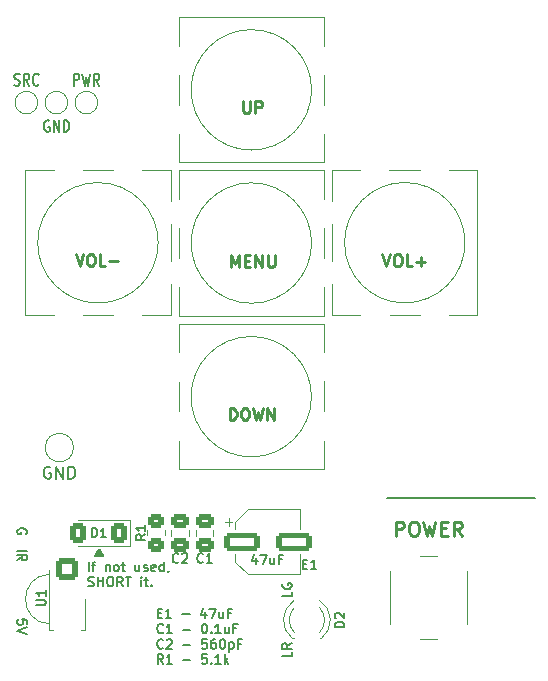
<source format=gbr>
%TF.GenerationSoftware,KiCad,Pcbnew,7.0.1*%
%TF.CreationDate,2023-04-02T16:51:07+09:00*%
%TF.ProjectId,monitor_osd_control,6d6f6e69-746f-4725-9f6f-73645f636f6e,5*%
%TF.SameCoordinates,PX7ab0ef8PY7236868*%
%TF.FileFunction,Legend,Top*%
%TF.FilePolarity,Positive*%
%FSLAX46Y46*%
G04 Gerber Fmt 4.6, Leading zero omitted, Abs format (unit mm)*
G04 Created by KiCad (PCBNEW 7.0.1) date 2023-04-02 16:51:07*
%MOMM*%
%LPD*%
G01*
G04 APERTURE LIST*
G04 Aperture macros list*
%AMRoundRect*
0 Rectangle with rounded corners*
0 $1 Rounding radius*
0 $2 $3 $4 $5 $6 $7 $8 $9 X,Y pos of 4 corners*
0 Add a 4 corners polygon primitive as box body*
4,1,4,$2,$3,$4,$5,$6,$7,$8,$9,$2,$3,0*
0 Add four circle primitives for the rounded corners*
1,1,$1+$1,$2,$3*
1,1,$1+$1,$4,$5*
1,1,$1+$1,$6,$7*
1,1,$1+$1,$8,$9*
0 Add four rect primitives between the rounded corners*
20,1,$1+$1,$2,$3,$4,$5,0*
20,1,$1+$1,$4,$5,$6,$7,0*
20,1,$1+$1,$6,$7,$8,$9,0*
20,1,$1+$1,$8,$9,$2,$3,0*%
G04 Aperture macros list end*
%ADD10C,0.150000*%
%ADD11C,0.250000*%
%ADD12C,0.200000*%
%ADD13C,0.120000*%
%ADD14RoundRect,0.250000X-1.250000X-0.550000X1.250000X-0.550000X1.250000X0.550000X-1.250000X0.550000X0*%
%ADD15O,1.850000X3.048000*%
%ADD16C,2.000000*%
%ADD17RoundRect,0.250200X-0.649800X0.649800X-0.649800X-0.649800X0.649800X-0.649800X0.649800X0.649800X0*%
%ADD18C,1.800000*%
%ADD19R,1.800000X1.800000*%
%ADD20C,1.500000*%
%ADD21O,3.048000X1.850000*%
%ADD22RoundRect,0.250000X0.450000X-0.350000X0.450000X0.350000X-0.450000X0.350000X-0.450000X-0.350000X0*%
%ADD23RoundRect,0.250000X0.475000X-0.337500X0.475000X0.337500X-0.475000X0.337500X-0.475000X-0.337500X0*%
%ADD24RoundRect,0.250000X0.400000X0.600000X-0.400000X0.600000X-0.400000X-0.600000X0.400000X-0.600000X0*%
%ADD25R,1.700000X1.700000*%
%ADD26O,1.700000X1.700000*%
%ADD27R,1.350000X1.350000*%
%ADD28O,1.350000X1.350000*%
G04 APERTURE END LIST*
D10*
X36499800Y15392400D02*
X48996600Y15392400D01*
X25431866Y10348639D02*
X25431866Y9815305D01*
X25241390Y10653400D02*
X25050913Y10081972D01*
X25050913Y10081972D02*
X25546152Y10081972D01*
X25774723Y10615305D02*
X26308057Y10615305D01*
X26308057Y10615305D02*
X25965199Y9815305D01*
X26955676Y10348639D02*
X26955676Y9815305D01*
X26612819Y10348639D02*
X26612819Y9929591D01*
X26612819Y9929591D02*
X26650914Y9853400D01*
X26650914Y9853400D02*
X26727104Y9815305D01*
X26727104Y9815305D02*
X26841390Y9815305D01*
X26841390Y9815305D02*
X26917581Y9853400D01*
X26917581Y9853400D02*
X26955676Y9891496D01*
X27603295Y10234353D02*
X27336629Y10234353D01*
X27336629Y9815305D02*
X27336629Y10615305D01*
X27336629Y10615305D02*
X27717581Y10615305D01*
X5192504Y10966400D02*
X5992504Y10966400D01*
X5192504Y10128305D02*
X5573457Y10394972D01*
X5192504Y10585448D02*
X5992504Y10585448D01*
X5992504Y10585448D02*
X5992504Y10280686D01*
X5992504Y10280686D02*
X5954409Y10204496D01*
X5954409Y10204496D02*
X5916314Y10166401D01*
X5916314Y10166401D02*
X5840123Y10128305D01*
X5840123Y10128305D02*
X5725838Y10128305D01*
X5725838Y10128305D02*
X5649647Y10166401D01*
X5649647Y10166401D02*
X5611552Y10204496D01*
X5611552Y10204496D02*
X5573457Y10280686D01*
X5573457Y10280686D02*
X5573457Y10585448D01*
D11*
X23188848Y22016381D02*
X23188848Y23016381D01*
X23188848Y23016381D02*
X23426943Y23016381D01*
X23426943Y23016381D02*
X23569800Y22968762D01*
X23569800Y22968762D02*
X23665038Y22873524D01*
X23665038Y22873524D02*
X23712657Y22778286D01*
X23712657Y22778286D02*
X23760276Y22587810D01*
X23760276Y22587810D02*
X23760276Y22444953D01*
X23760276Y22444953D02*
X23712657Y22254477D01*
X23712657Y22254477D02*
X23665038Y22159239D01*
X23665038Y22159239D02*
X23569800Y22064000D01*
X23569800Y22064000D02*
X23426943Y22016381D01*
X23426943Y22016381D02*
X23188848Y22016381D01*
X24379324Y23016381D02*
X24569800Y23016381D01*
X24569800Y23016381D02*
X24665038Y22968762D01*
X24665038Y22968762D02*
X24760276Y22873524D01*
X24760276Y22873524D02*
X24807895Y22683048D01*
X24807895Y22683048D02*
X24807895Y22349715D01*
X24807895Y22349715D02*
X24760276Y22159239D01*
X24760276Y22159239D02*
X24665038Y22064000D01*
X24665038Y22064000D02*
X24569800Y22016381D01*
X24569800Y22016381D02*
X24379324Y22016381D01*
X24379324Y22016381D02*
X24284086Y22064000D01*
X24284086Y22064000D02*
X24188848Y22159239D01*
X24188848Y22159239D02*
X24141229Y22349715D01*
X24141229Y22349715D02*
X24141229Y22683048D01*
X24141229Y22683048D02*
X24188848Y22873524D01*
X24188848Y22873524D02*
X24284086Y22968762D01*
X24284086Y22968762D02*
X24379324Y23016381D01*
X25141229Y23016381D02*
X25379324Y22016381D01*
X25379324Y22016381D02*
X25569800Y22730667D01*
X25569800Y22730667D02*
X25760276Y22016381D01*
X25760276Y22016381D02*
X25998372Y23016381D01*
X26379324Y22016381D02*
X26379324Y23016381D01*
X26379324Y23016381D02*
X26950752Y22016381D01*
X26950752Y22016381D02*
X26950752Y23016381D01*
D10*
X28437095Y7467620D02*
X28437095Y7086668D01*
X28437095Y7086668D02*
X27637095Y7086668D01*
X27675190Y8153334D02*
X27637095Y8077144D01*
X27637095Y8077144D02*
X27637095Y7962858D01*
X27637095Y7962858D02*
X27675190Y7848572D01*
X27675190Y7848572D02*
X27751380Y7772382D01*
X27751380Y7772382D02*
X27827571Y7734287D01*
X27827571Y7734287D02*
X27979952Y7696191D01*
X27979952Y7696191D02*
X28094238Y7696191D01*
X28094238Y7696191D02*
X28246619Y7734287D01*
X28246619Y7734287D02*
X28322809Y7772382D01*
X28322809Y7772382D02*
X28399000Y7848572D01*
X28399000Y7848572D02*
X28437095Y7962858D01*
X28437095Y7962858D02*
X28437095Y8039049D01*
X28437095Y8039049D02*
X28399000Y8153334D01*
X28399000Y8153334D02*
X28360904Y8191430D01*
X28360904Y8191430D02*
X28094238Y8191430D01*
X28094238Y8191430D02*
X28094238Y8039049D01*
D12*
X4940428Y50385000D02*
X5054714Y50337381D01*
X5054714Y50337381D02*
X5245190Y50337381D01*
X5245190Y50337381D02*
X5321381Y50385000D01*
X5321381Y50385000D02*
X5359476Y50432620D01*
X5359476Y50432620D02*
X5397571Y50527858D01*
X5397571Y50527858D02*
X5397571Y50623096D01*
X5397571Y50623096D02*
X5359476Y50718334D01*
X5359476Y50718334D02*
X5321381Y50765953D01*
X5321381Y50765953D02*
X5245190Y50813572D01*
X5245190Y50813572D02*
X5092809Y50861191D01*
X5092809Y50861191D02*
X5016619Y50908810D01*
X5016619Y50908810D02*
X4978524Y50956429D01*
X4978524Y50956429D02*
X4940428Y51051667D01*
X4940428Y51051667D02*
X4940428Y51146905D01*
X4940428Y51146905D02*
X4978524Y51242143D01*
X4978524Y51242143D02*
X5016619Y51289762D01*
X5016619Y51289762D02*
X5092809Y51337381D01*
X5092809Y51337381D02*
X5283286Y51337381D01*
X5283286Y51337381D02*
X5397571Y51289762D01*
X6197572Y50337381D02*
X5930905Y50813572D01*
X5740429Y50337381D02*
X5740429Y51337381D01*
X5740429Y51337381D02*
X6045191Y51337381D01*
X6045191Y51337381D02*
X6121381Y51289762D01*
X6121381Y51289762D02*
X6159476Y51242143D01*
X6159476Y51242143D02*
X6197572Y51146905D01*
X6197572Y51146905D02*
X6197572Y51004048D01*
X6197572Y51004048D02*
X6159476Y50908810D01*
X6159476Y50908810D02*
X6121381Y50861191D01*
X6121381Y50861191D02*
X6045191Y50813572D01*
X6045191Y50813572D02*
X5740429Y50813572D01*
X6997572Y50432620D02*
X6959476Y50385000D01*
X6959476Y50385000D02*
X6845191Y50337381D01*
X6845191Y50337381D02*
X6769000Y50337381D01*
X6769000Y50337381D02*
X6654714Y50385000D01*
X6654714Y50385000D02*
X6578524Y50480239D01*
X6578524Y50480239D02*
X6540429Y50575477D01*
X6540429Y50575477D02*
X6502333Y50765953D01*
X6502333Y50765953D02*
X6502333Y50908810D01*
X6502333Y50908810D02*
X6540429Y51099286D01*
X6540429Y51099286D02*
X6578524Y51194524D01*
X6578524Y51194524D02*
X6654714Y51289762D01*
X6654714Y51289762D02*
X6769000Y51337381D01*
X6769000Y51337381D02*
X6845191Y51337381D01*
X6845191Y51337381D02*
X6959476Y51289762D01*
X6959476Y51289762D02*
X6997572Y51242143D01*
D11*
X23317667Y34970381D02*
X23317667Y35970381D01*
X23317667Y35970381D02*
X23651000Y35256096D01*
X23651000Y35256096D02*
X23984333Y35970381D01*
X23984333Y35970381D02*
X23984333Y34970381D01*
X24460524Y35494191D02*
X24793857Y35494191D01*
X24936714Y34970381D02*
X24460524Y34970381D01*
X24460524Y34970381D02*
X24460524Y35970381D01*
X24460524Y35970381D02*
X24936714Y35970381D01*
X25365286Y34970381D02*
X25365286Y35970381D01*
X25365286Y35970381D02*
X25936714Y34970381D01*
X25936714Y34970381D02*
X25936714Y35970381D01*
X26412905Y35970381D02*
X26412905Y35160858D01*
X26412905Y35160858D02*
X26460524Y35065620D01*
X26460524Y35065620D02*
X26508143Y35018000D01*
X26508143Y35018000D02*
X26603381Y34970381D01*
X26603381Y34970381D02*
X26793857Y34970381D01*
X26793857Y34970381D02*
X26889095Y35018000D01*
X26889095Y35018000D02*
X26936714Y35065620D01*
X26936714Y35065620D02*
X26984333Y35160858D01*
X26984333Y35160858D02*
X26984333Y35970381D01*
X37233571Y12221058D02*
X37233571Y13421058D01*
X37233571Y13421058D02*
X37690714Y13421058D01*
X37690714Y13421058D02*
X37804999Y13363915D01*
X37804999Y13363915D02*
X37862142Y13306772D01*
X37862142Y13306772D02*
X37919285Y13192486D01*
X37919285Y13192486D02*
X37919285Y13021058D01*
X37919285Y13021058D02*
X37862142Y12906772D01*
X37862142Y12906772D02*
X37804999Y12849629D01*
X37804999Y12849629D02*
X37690714Y12792486D01*
X37690714Y12792486D02*
X37233571Y12792486D01*
X38662142Y13421058D02*
X38890714Y13421058D01*
X38890714Y13421058D02*
X39004999Y13363915D01*
X39004999Y13363915D02*
X39119285Y13249629D01*
X39119285Y13249629D02*
X39176428Y13021058D01*
X39176428Y13021058D02*
X39176428Y12621058D01*
X39176428Y12621058D02*
X39119285Y12392486D01*
X39119285Y12392486D02*
X39004999Y12278200D01*
X39004999Y12278200D02*
X38890714Y12221058D01*
X38890714Y12221058D02*
X38662142Y12221058D01*
X38662142Y12221058D02*
X38547857Y12278200D01*
X38547857Y12278200D02*
X38433571Y12392486D01*
X38433571Y12392486D02*
X38376428Y12621058D01*
X38376428Y12621058D02*
X38376428Y13021058D01*
X38376428Y13021058D02*
X38433571Y13249629D01*
X38433571Y13249629D02*
X38547857Y13363915D01*
X38547857Y13363915D02*
X38662142Y13421058D01*
X39576428Y13421058D02*
X39862142Y12221058D01*
X39862142Y12221058D02*
X40090714Y13078200D01*
X40090714Y13078200D02*
X40319285Y12221058D01*
X40319285Y12221058D02*
X40605000Y13421058D01*
X41062143Y12849629D02*
X41462143Y12849629D01*
X41633571Y12221058D02*
X41062143Y12221058D01*
X41062143Y12221058D02*
X41062143Y13421058D01*
X41062143Y13421058D02*
X41633571Y13421058D01*
X42833571Y12221058D02*
X42433571Y12792486D01*
X42147857Y12221058D02*
X42147857Y13421058D01*
X42147857Y13421058D02*
X42605000Y13421058D01*
X42605000Y13421058D02*
X42719285Y13363915D01*
X42719285Y13363915D02*
X42776428Y13306772D01*
X42776428Y13306772D02*
X42833571Y13192486D01*
X42833571Y13192486D02*
X42833571Y13021058D01*
X42833571Y13021058D02*
X42776428Y12906772D01*
X42776428Y12906772D02*
X42719285Y12849629D01*
X42719285Y12849629D02*
X42605000Y12792486D01*
X42605000Y12792486D02*
X42147857Y12792486D01*
X24309486Y49025981D02*
X24309486Y48216458D01*
X24309486Y48216458D02*
X24357105Y48121220D01*
X24357105Y48121220D02*
X24404724Y48073600D01*
X24404724Y48073600D02*
X24499962Y48025981D01*
X24499962Y48025981D02*
X24690438Y48025981D01*
X24690438Y48025981D02*
X24785676Y48073600D01*
X24785676Y48073600D02*
X24833295Y48121220D01*
X24833295Y48121220D02*
X24880914Y48216458D01*
X24880914Y48216458D02*
X24880914Y49025981D01*
X25357105Y48025981D02*
X25357105Y49025981D01*
X25357105Y49025981D02*
X25738057Y49025981D01*
X25738057Y49025981D02*
X25833295Y48978362D01*
X25833295Y48978362D02*
X25880914Y48930743D01*
X25880914Y48930743D02*
X25928533Y48835505D01*
X25928533Y48835505D02*
X25928533Y48692648D01*
X25928533Y48692648D02*
X25880914Y48597410D01*
X25880914Y48597410D02*
X25833295Y48549791D01*
X25833295Y48549791D02*
X25738057Y48502172D01*
X25738057Y48502172D02*
X25357105Y48502172D01*
X10133248Y36071981D02*
X10466581Y35071981D01*
X10466581Y35071981D02*
X10799914Y36071981D01*
X11323724Y36071981D02*
X11514200Y36071981D01*
X11514200Y36071981D02*
X11609438Y36024362D01*
X11609438Y36024362D02*
X11704676Y35929124D01*
X11704676Y35929124D02*
X11752295Y35738648D01*
X11752295Y35738648D02*
X11752295Y35405315D01*
X11752295Y35405315D02*
X11704676Y35214839D01*
X11704676Y35214839D02*
X11609438Y35119600D01*
X11609438Y35119600D02*
X11514200Y35071981D01*
X11514200Y35071981D02*
X11323724Y35071981D01*
X11323724Y35071981D02*
X11228486Y35119600D01*
X11228486Y35119600D02*
X11133248Y35214839D01*
X11133248Y35214839D02*
X11085629Y35405315D01*
X11085629Y35405315D02*
X11085629Y35738648D01*
X11085629Y35738648D02*
X11133248Y35929124D01*
X11133248Y35929124D02*
X11228486Y36024362D01*
X11228486Y36024362D02*
X11323724Y36071981D01*
X12657057Y35071981D02*
X12180867Y35071981D01*
X12180867Y35071981D02*
X12180867Y36071981D01*
X12990391Y35452934D02*
X13752296Y35452934D01*
D10*
X11849000Y10565200D02*
X11849000Y10527105D01*
X11887095Y10641391D02*
X11887095Y10527105D01*
X11925190Y10717581D02*
X11925190Y10527105D01*
X11963285Y10793772D02*
X11963285Y10527105D01*
X12001381Y10831867D02*
X12001381Y10527105D01*
X12039476Y10908058D02*
X12039476Y10527105D01*
X12077571Y10984248D02*
X12077571Y10527105D01*
X12115666Y11060439D02*
X12115666Y10527105D01*
X12153762Y11136629D02*
X12153762Y10527105D01*
X12191857Y11060439D02*
X12191857Y10527105D01*
X12229952Y10984248D02*
X12229952Y10527105D01*
X12268047Y10908058D02*
X12268047Y10527105D01*
X12306143Y10831867D02*
X12306143Y10527105D01*
X12344238Y10793772D02*
X12344238Y10527105D01*
X12382333Y10717581D02*
X12382333Y10527105D01*
X12420428Y10641391D02*
X12420428Y10527105D01*
X12458524Y10527105D02*
X12153762Y11098534D01*
X12153762Y11098534D02*
X11849000Y10527105D01*
X12458524Y10565200D02*
X12458524Y10527105D01*
X12153762Y11136629D02*
X12496619Y10527105D01*
X12496619Y10527105D02*
X11810904Y10527105D01*
X11810904Y10527105D02*
X12153762Y11136629D01*
X11239476Y9231105D02*
X11239476Y10031105D01*
X11506142Y9764439D02*
X11810904Y9764439D01*
X11620428Y9231105D02*
X11620428Y9916820D01*
X11620428Y9916820D02*
X11658523Y9993010D01*
X11658523Y9993010D02*
X11734713Y10031105D01*
X11734713Y10031105D02*
X11810904Y10031105D01*
X12687095Y9764439D02*
X12687095Y9231105D01*
X12687095Y9688248D02*
X12725190Y9726343D01*
X12725190Y9726343D02*
X12801380Y9764439D01*
X12801380Y9764439D02*
X12915666Y9764439D01*
X12915666Y9764439D02*
X12991857Y9726343D01*
X12991857Y9726343D02*
X13029952Y9650153D01*
X13029952Y9650153D02*
X13029952Y9231105D01*
X13525190Y9231105D02*
X13449000Y9269200D01*
X13449000Y9269200D02*
X13410905Y9307296D01*
X13410905Y9307296D02*
X13372809Y9383486D01*
X13372809Y9383486D02*
X13372809Y9612058D01*
X13372809Y9612058D02*
X13410905Y9688248D01*
X13410905Y9688248D02*
X13449000Y9726343D01*
X13449000Y9726343D02*
X13525190Y9764439D01*
X13525190Y9764439D02*
X13639476Y9764439D01*
X13639476Y9764439D02*
X13715667Y9726343D01*
X13715667Y9726343D02*
X13753762Y9688248D01*
X13753762Y9688248D02*
X13791857Y9612058D01*
X13791857Y9612058D02*
X13791857Y9383486D01*
X13791857Y9383486D02*
X13753762Y9307296D01*
X13753762Y9307296D02*
X13715667Y9269200D01*
X13715667Y9269200D02*
X13639476Y9231105D01*
X13639476Y9231105D02*
X13525190Y9231105D01*
X14020429Y9764439D02*
X14325191Y9764439D01*
X14134715Y10031105D02*
X14134715Y9345391D01*
X14134715Y9345391D02*
X14172810Y9269200D01*
X14172810Y9269200D02*
X14249000Y9231105D01*
X14249000Y9231105D02*
X14325191Y9231105D01*
X15544239Y9764439D02*
X15544239Y9231105D01*
X15201382Y9764439D02*
X15201382Y9345391D01*
X15201382Y9345391D02*
X15239477Y9269200D01*
X15239477Y9269200D02*
X15315667Y9231105D01*
X15315667Y9231105D02*
X15429953Y9231105D01*
X15429953Y9231105D02*
X15506144Y9269200D01*
X15506144Y9269200D02*
X15544239Y9307296D01*
X15887096Y9269200D02*
X15963287Y9231105D01*
X15963287Y9231105D02*
X16115668Y9231105D01*
X16115668Y9231105D02*
X16191858Y9269200D01*
X16191858Y9269200D02*
X16229954Y9345391D01*
X16229954Y9345391D02*
X16229954Y9383486D01*
X16229954Y9383486D02*
X16191858Y9459677D01*
X16191858Y9459677D02*
X16115668Y9497772D01*
X16115668Y9497772D02*
X16001382Y9497772D01*
X16001382Y9497772D02*
X15925192Y9535867D01*
X15925192Y9535867D02*
X15887096Y9612058D01*
X15887096Y9612058D02*
X15887096Y9650153D01*
X15887096Y9650153D02*
X15925192Y9726343D01*
X15925192Y9726343D02*
X16001382Y9764439D01*
X16001382Y9764439D02*
X16115668Y9764439D01*
X16115668Y9764439D02*
X16191858Y9726343D01*
X16877573Y9269200D02*
X16801382Y9231105D01*
X16801382Y9231105D02*
X16649001Y9231105D01*
X16649001Y9231105D02*
X16572811Y9269200D01*
X16572811Y9269200D02*
X16534715Y9345391D01*
X16534715Y9345391D02*
X16534715Y9650153D01*
X16534715Y9650153D02*
X16572811Y9726343D01*
X16572811Y9726343D02*
X16649001Y9764439D01*
X16649001Y9764439D02*
X16801382Y9764439D01*
X16801382Y9764439D02*
X16877573Y9726343D01*
X16877573Y9726343D02*
X16915668Y9650153D01*
X16915668Y9650153D02*
X16915668Y9573962D01*
X16915668Y9573962D02*
X16534715Y9497772D01*
X17601382Y9231105D02*
X17601382Y10031105D01*
X17601382Y9269200D02*
X17525191Y9231105D01*
X17525191Y9231105D02*
X17372810Y9231105D01*
X17372810Y9231105D02*
X17296620Y9269200D01*
X17296620Y9269200D02*
X17258525Y9307296D01*
X17258525Y9307296D02*
X17220429Y9383486D01*
X17220429Y9383486D02*
X17220429Y9612058D01*
X17220429Y9612058D02*
X17258525Y9688248D01*
X17258525Y9688248D02*
X17296620Y9726343D01*
X17296620Y9726343D02*
X17372810Y9764439D01*
X17372810Y9764439D02*
X17525191Y9764439D01*
X17525191Y9764439D02*
X17601382Y9726343D01*
X18020430Y9269200D02*
X18020430Y9231105D01*
X18020430Y9231105D02*
X17982335Y9154915D01*
X17982335Y9154915D02*
X17944239Y9116820D01*
X11201380Y7973200D02*
X11315666Y7935105D01*
X11315666Y7935105D02*
X11506142Y7935105D01*
X11506142Y7935105D02*
X11582333Y7973200D01*
X11582333Y7973200D02*
X11620428Y8011296D01*
X11620428Y8011296D02*
X11658523Y8087486D01*
X11658523Y8087486D02*
X11658523Y8163677D01*
X11658523Y8163677D02*
X11620428Y8239867D01*
X11620428Y8239867D02*
X11582333Y8277962D01*
X11582333Y8277962D02*
X11506142Y8316058D01*
X11506142Y8316058D02*
X11353761Y8354153D01*
X11353761Y8354153D02*
X11277571Y8392248D01*
X11277571Y8392248D02*
X11239476Y8430343D01*
X11239476Y8430343D02*
X11201380Y8506534D01*
X11201380Y8506534D02*
X11201380Y8582724D01*
X11201380Y8582724D02*
X11239476Y8658915D01*
X11239476Y8658915D02*
X11277571Y8697010D01*
X11277571Y8697010D02*
X11353761Y8735105D01*
X11353761Y8735105D02*
X11544238Y8735105D01*
X11544238Y8735105D02*
X11658523Y8697010D01*
X12001381Y7935105D02*
X12001381Y8735105D01*
X12001381Y8354153D02*
X12458524Y8354153D01*
X12458524Y7935105D02*
X12458524Y8735105D01*
X12991857Y8735105D02*
X13144238Y8735105D01*
X13144238Y8735105D02*
X13220428Y8697010D01*
X13220428Y8697010D02*
X13296619Y8620820D01*
X13296619Y8620820D02*
X13334714Y8468439D01*
X13334714Y8468439D02*
X13334714Y8201772D01*
X13334714Y8201772D02*
X13296619Y8049391D01*
X13296619Y8049391D02*
X13220428Y7973200D01*
X13220428Y7973200D02*
X13144238Y7935105D01*
X13144238Y7935105D02*
X12991857Y7935105D01*
X12991857Y7935105D02*
X12915666Y7973200D01*
X12915666Y7973200D02*
X12839476Y8049391D01*
X12839476Y8049391D02*
X12801380Y8201772D01*
X12801380Y8201772D02*
X12801380Y8468439D01*
X12801380Y8468439D02*
X12839476Y8620820D01*
X12839476Y8620820D02*
X12915666Y8697010D01*
X12915666Y8697010D02*
X12991857Y8735105D01*
X14134714Y7935105D02*
X13868047Y8316058D01*
X13677571Y7935105D02*
X13677571Y8735105D01*
X13677571Y8735105D02*
X13982333Y8735105D01*
X13982333Y8735105D02*
X14058523Y8697010D01*
X14058523Y8697010D02*
X14096618Y8658915D01*
X14096618Y8658915D02*
X14134714Y8582724D01*
X14134714Y8582724D02*
X14134714Y8468439D01*
X14134714Y8468439D02*
X14096618Y8392248D01*
X14096618Y8392248D02*
X14058523Y8354153D01*
X14058523Y8354153D02*
X13982333Y8316058D01*
X13982333Y8316058D02*
X13677571Y8316058D01*
X14363285Y8735105D02*
X14820428Y8735105D01*
X14591856Y7935105D02*
X14591856Y8735105D01*
X15696619Y7935105D02*
X15696619Y8468439D01*
X15696619Y8735105D02*
X15658523Y8697010D01*
X15658523Y8697010D02*
X15696619Y8658915D01*
X15696619Y8658915D02*
X15734714Y8697010D01*
X15734714Y8697010D02*
X15696619Y8735105D01*
X15696619Y8735105D02*
X15696619Y8658915D01*
X15963285Y8468439D02*
X16268047Y8468439D01*
X16077571Y8735105D02*
X16077571Y8049391D01*
X16077571Y8049391D02*
X16115666Y7973200D01*
X16115666Y7973200D02*
X16191856Y7935105D01*
X16191856Y7935105D02*
X16268047Y7935105D01*
X16534714Y8011296D02*
X16572809Y7973200D01*
X16572809Y7973200D02*
X16534714Y7935105D01*
X16534714Y7935105D02*
X16496618Y7973200D01*
X16496618Y7973200D02*
X16534714Y8011296D01*
X16534714Y8011296D02*
X16534714Y7935105D01*
X28437095Y2387620D02*
X28437095Y2006668D01*
X28437095Y2006668D02*
X27637095Y2006668D01*
X28437095Y3111430D02*
X28056142Y2844763D01*
X28437095Y2654287D02*
X27637095Y2654287D01*
X27637095Y2654287D02*
X27637095Y2959049D01*
X27637095Y2959049D02*
X27675190Y3035239D01*
X27675190Y3035239D02*
X27713285Y3073334D01*
X27713285Y3073334D02*
X27789476Y3111430D01*
X27789476Y3111430D02*
X27903761Y3111430D01*
X27903761Y3111430D02*
X27979952Y3073334D01*
X27979952Y3073334D02*
X28018047Y3035239D01*
X28018047Y3035239D02*
X28056142Y2959049D01*
X28056142Y2959049D02*
X28056142Y2654287D01*
X5992504Y4724381D02*
X5992504Y5105333D01*
X5992504Y5105333D02*
X5611552Y5143429D01*
X5611552Y5143429D02*
X5649647Y5105333D01*
X5649647Y5105333D02*
X5687742Y5029143D01*
X5687742Y5029143D02*
X5687742Y4838667D01*
X5687742Y4838667D02*
X5649647Y4762476D01*
X5649647Y4762476D02*
X5611552Y4724381D01*
X5611552Y4724381D02*
X5535361Y4686286D01*
X5535361Y4686286D02*
X5344885Y4686286D01*
X5344885Y4686286D02*
X5268695Y4724381D01*
X5268695Y4724381D02*
X5230600Y4762476D01*
X5230600Y4762476D02*
X5192504Y4838667D01*
X5192504Y4838667D02*
X5192504Y5029143D01*
X5192504Y5029143D02*
X5230600Y5105333D01*
X5230600Y5105333D02*
X5268695Y5143429D01*
X5992504Y4457714D02*
X5192504Y4191047D01*
X5192504Y4191047D02*
X5992504Y3924381D01*
X5954409Y12388877D02*
X5992504Y12465067D01*
X5992504Y12465067D02*
X5992504Y12579353D01*
X5992504Y12579353D02*
X5954409Y12693639D01*
X5954409Y12693639D02*
X5878219Y12769829D01*
X5878219Y12769829D02*
X5802028Y12807924D01*
X5802028Y12807924D02*
X5649647Y12846020D01*
X5649647Y12846020D02*
X5535361Y12846020D01*
X5535361Y12846020D02*
X5382980Y12807924D01*
X5382980Y12807924D02*
X5306790Y12769829D01*
X5306790Y12769829D02*
X5230600Y12693639D01*
X5230600Y12693639D02*
X5192504Y12579353D01*
X5192504Y12579353D02*
X5192504Y12503162D01*
X5192504Y12503162D02*
X5230600Y12388877D01*
X5230600Y12388877D02*
X5268695Y12350781D01*
X5268695Y12350781D02*
X5535361Y12350781D01*
X5535361Y12350781D02*
X5535361Y12503162D01*
D12*
X7899476Y47352762D02*
X7823286Y47400381D01*
X7823286Y47400381D02*
X7709000Y47400381D01*
X7709000Y47400381D02*
X7594714Y47352762D01*
X7594714Y47352762D02*
X7518524Y47257524D01*
X7518524Y47257524D02*
X7480429Y47162286D01*
X7480429Y47162286D02*
X7442333Y46971810D01*
X7442333Y46971810D02*
X7442333Y46828953D01*
X7442333Y46828953D02*
X7480429Y46638477D01*
X7480429Y46638477D02*
X7518524Y46543239D01*
X7518524Y46543239D02*
X7594714Y46448000D01*
X7594714Y46448000D02*
X7709000Y46400381D01*
X7709000Y46400381D02*
X7785191Y46400381D01*
X7785191Y46400381D02*
X7899476Y46448000D01*
X7899476Y46448000D02*
X7937572Y46495620D01*
X7937572Y46495620D02*
X7937572Y46828953D01*
X7937572Y46828953D02*
X7785191Y46828953D01*
X8280429Y46400381D02*
X8280429Y47400381D01*
X8280429Y47400381D02*
X8737572Y46400381D01*
X8737572Y46400381D02*
X8737572Y47400381D01*
X9118524Y46400381D02*
X9118524Y47400381D01*
X9118524Y47400381D02*
X9309000Y47400381D01*
X9309000Y47400381D02*
X9423286Y47352762D01*
X9423286Y47352762D02*
X9499476Y47257524D01*
X9499476Y47257524D02*
X9537571Y47162286D01*
X9537571Y47162286D02*
X9575667Y46971810D01*
X9575667Y46971810D02*
X9575667Y46828953D01*
X9575667Y46828953D02*
X9537571Y46638477D01*
X9537571Y46638477D02*
X9499476Y46543239D01*
X9499476Y46543239D02*
X9423286Y46448000D01*
X9423286Y46448000D02*
X9309000Y46400381D01*
X9309000Y46400381D02*
X9118524Y46400381D01*
D10*
X8001095Y18015762D02*
X7905857Y18063381D01*
X7905857Y18063381D02*
X7763000Y18063381D01*
X7763000Y18063381D02*
X7620143Y18015762D01*
X7620143Y18015762D02*
X7524905Y17920524D01*
X7524905Y17920524D02*
X7477286Y17825286D01*
X7477286Y17825286D02*
X7429667Y17634810D01*
X7429667Y17634810D02*
X7429667Y17491953D01*
X7429667Y17491953D02*
X7477286Y17301477D01*
X7477286Y17301477D02*
X7524905Y17206239D01*
X7524905Y17206239D02*
X7620143Y17111000D01*
X7620143Y17111000D02*
X7763000Y17063381D01*
X7763000Y17063381D02*
X7858238Y17063381D01*
X7858238Y17063381D02*
X8001095Y17111000D01*
X8001095Y17111000D02*
X8048714Y17158620D01*
X8048714Y17158620D02*
X8048714Y17491953D01*
X8048714Y17491953D02*
X7858238Y17491953D01*
X8477286Y17063381D02*
X8477286Y18063381D01*
X8477286Y18063381D02*
X9048714Y17063381D01*
X9048714Y17063381D02*
X9048714Y18063381D01*
X9524905Y17063381D02*
X9524905Y18063381D01*
X9524905Y18063381D02*
X9763000Y18063381D01*
X9763000Y18063381D02*
X9905857Y18015762D01*
X9905857Y18015762D02*
X10001095Y17920524D01*
X10001095Y17920524D02*
X10048714Y17825286D01*
X10048714Y17825286D02*
X10096333Y17634810D01*
X10096333Y17634810D02*
X10096333Y17491953D01*
X10096333Y17491953D02*
X10048714Y17301477D01*
X10048714Y17301477D02*
X10001095Y17206239D01*
X10001095Y17206239D02*
X9905857Y17111000D01*
X9905857Y17111000D02*
X9763000Y17063381D01*
X9763000Y17063381D02*
X9524905Y17063381D01*
D12*
X9982333Y50337381D02*
X9982333Y51337381D01*
X9982333Y51337381D02*
X10287095Y51337381D01*
X10287095Y51337381D02*
X10363285Y51289762D01*
X10363285Y51289762D02*
X10401380Y51242143D01*
X10401380Y51242143D02*
X10439476Y51146905D01*
X10439476Y51146905D02*
X10439476Y51004048D01*
X10439476Y51004048D02*
X10401380Y50908810D01*
X10401380Y50908810D02*
X10363285Y50861191D01*
X10363285Y50861191D02*
X10287095Y50813572D01*
X10287095Y50813572D02*
X9982333Y50813572D01*
X10706142Y51337381D02*
X10896618Y50337381D01*
X10896618Y50337381D02*
X11048999Y51051667D01*
X11048999Y51051667D02*
X11201380Y50337381D01*
X11201380Y50337381D02*
X11391857Y51337381D01*
X12153762Y50337381D02*
X11887095Y50813572D01*
X11696619Y50337381D02*
X11696619Y51337381D01*
X11696619Y51337381D02*
X12001381Y51337381D01*
X12001381Y51337381D02*
X12077571Y51289762D01*
X12077571Y51289762D02*
X12115666Y51242143D01*
X12115666Y51242143D02*
X12153762Y51146905D01*
X12153762Y51146905D02*
X12153762Y51004048D01*
X12153762Y51004048D02*
X12115666Y50908810D01*
X12115666Y50908810D02*
X12077571Y50861191D01*
X12077571Y50861191D02*
X12001381Y50813572D01*
X12001381Y50813572D02*
X11696619Y50813572D01*
D10*
X17081476Y5675953D02*
X17348142Y5675953D01*
X17462428Y5256905D02*
X17081476Y5256905D01*
X17081476Y5256905D02*
X17081476Y6056905D01*
X17081476Y6056905D02*
X17462428Y6056905D01*
X18224333Y5256905D02*
X17767190Y5256905D01*
X17995762Y5256905D02*
X17995762Y6056905D01*
X17995762Y6056905D02*
X17919571Y5942620D01*
X17919571Y5942620D02*
X17843381Y5866429D01*
X17843381Y5866429D02*
X17767190Y5828334D01*
X19176715Y5561667D02*
X19786239Y5561667D01*
X21119572Y5790239D02*
X21119572Y5256905D01*
X20929096Y6095000D02*
X20738619Y5523572D01*
X20738619Y5523572D02*
X21233858Y5523572D01*
X21462429Y6056905D02*
X21995763Y6056905D01*
X21995763Y6056905D02*
X21652905Y5256905D01*
X22643382Y5790239D02*
X22643382Y5256905D01*
X22300525Y5790239D02*
X22300525Y5371191D01*
X22300525Y5371191D02*
X22338620Y5295000D01*
X22338620Y5295000D02*
X22414810Y5256905D01*
X22414810Y5256905D02*
X22529096Y5256905D01*
X22529096Y5256905D02*
X22605287Y5295000D01*
X22605287Y5295000D02*
X22643382Y5333096D01*
X23291001Y5675953D02*
X23024335Y5675953D01*
X23024335Y5256905D02*
X23024335Y6056905D01*
X23024335Y6056905D02*
X23405287Y6056905D01*
X17538619Y4037096D02*
X17500523Y3999000D01*
X17500523Y3999000D02*
X17386238Y3960905D01*
X17386238Y3960905D02*
X17310047Y3960905D01*
X17310047Y3960905D02*
X17195761Y3999000D01*
X17195761Y3999000D02*
X17119571Y4075191D01*
X17119571Y4075191D02*
X17081476Y4151381D01*
X17081476Y4151381D02*
X17043380Y4303762D01*
X17043380Y4303762D02*
X17043380Y4418048D01*
X17043380Y4418048D02*
X17081476Y4570429D01*
X17081476Y4570429D02*
X17119571Y4646620D01*
X17119571Y4646620D02*
X17195761Y4722810D01*
X17195761Y4722810D02*
X17310047Y4760905D01*
X17310047Y4760905D02*
X17386238Y4760905D01*
X17386238Y4760905D02*
X17500523Y4722810D01*
X17500523Y4722810D02*
X17538619Y4684715D01*
X18300523Y3960905D02*
X17843380Y3960905D01*
X18071952Y3960905D02*
X18071952Y4760905D01*
X18071952Y4760905D02*
X17995761Y4646620D01*
X17995761Y4646620D02*
X17919571Y4570429D01*
X17919571Y4570429D02*
X17843380Y4532334D01*
X19252905Y4265667D02*
X19862429Y4265667D01*
X21005286Y4760905D02*
X21081476Y4760905D01*
X21081476Y4760905D02*
X21157667Y4722810D01*
X21157667Y4722810D02*
X21195762Y4684715D01*
X21195762Y4684715D02*
X21233857Y4608524D01*
X21233857Y4608524D02*
X21271952Y4456143D01*
X21271952Y4456143D02*
X21271952Y4265667D01*
X21271952Y4265667D02*
X21233857Y4113286D01*
X21233857Y4113286D02*
X21195762Y4037096D01*
X21195762Y4037096D02*
X21157667Y3999000D01*
X21157667Y3999000D02*
X21081476Y3960905D01*
X21081476Y3960905D02*
X21005286Y3960905D01*
X21005286Y3960905D02*
X20929095Y3999000D01*
X20929095Y3999000D02*
X20891000Y4037096D01*
X20891000Y4037096D02*
X20852905Y4113286D01*
X20852905Y4113286D02*
X20814809Y4265667D01*
X20814809Y4265667D02*
X20814809Y4456143D01*
X20814809Y4456143D02*
X20852905Y4608524D01*
X20852905Y4608524D02*
X20891000Y4684715D01*
X20891000Y4684715D02*
X20929095Y4722810D01*
X20929095Y4722810D02*
X21005286Y4760905D01*
X21614810Y4037096D02*
X21652905Y3999000D01*
X21652905Y3999000D02*
X21614810Y3960905D01*
X21614810Y3960905D02*
X21576714Y3999000D01*
X21576714Y3999000D02*
X21614810Y4037096D01*
X21614810Y4037096D02*
X21614810Y3960905D01*
X22414809Y3960905D02*
X21957666Y3960905D01*
X22186238Y3960905D02*
X22186238Y4760905D01*
X22186238Y4760905D02*
X22110047Y4646620D01*
X22110047Y4646620D02*
X22033857Y4570429D01*
X22033857Y4570429D02*
X21957666Y4532334D01*
X23100524Y4494239D02*
X23100524Y3960905D01*
X22757667Y4494239D02*
X22757667Y4075191D01*
X22757667Y4075191D02*
X22795762Y3999000D01*
X22795762Y3999000D02*
X22871952Y3960905D01*
X22871952Y3960905D02*
X22986238Y3960905D01*
X22986238Y3960905D02*
X23062429Y3999000D01*
X23062429Y3999000D02*
X23100524Y4037096D01*
X23748143Y4379953D02*
X23481477Y4379953D01*
X23481477Y3960905D02*
X23481477Y4760905D01*
X23481477Y4760905D02*
X23862429Y4760905D01*
X17538619Y2741096D02*
X17500523Y2703000D01*
X17500523Y2703000D02*
X17386238Y2664905D01*
X17386238Y2664905D02*
X17310047Y2664905D01*
X17310047Y2664905D02*
X17195761Y2703000D01*
X17195761Y2703000D02*
X17119571Y2779191D01*
X17119571Y2779191D02*
X17081476Y2855381D01*
X17081476Y2855381D02*
X17043380Y3007762D01*
X17043380Y3007762D02*
X17043380Y3122048D01*
X17043380Y3122048D02*
X17081476Y3274429D01*
X17081476Y3274429D02*
X17119571Y3350620D01*
X17119571Y3350620D02*
X17195761Y3426810D01*
X17195761Y3426810D02*
X17310047Y3464905D01*
X17310047Y3464905D02*
X17386238Y3464905D01*
X17386238Y3464905D02*
X17500523Y3426810D01*
X17500523Y3426810D02*
X17538619Y3388715D01*
X17843380Y3388715D02*
X17881476Y3426810D01*
X17881476Y3426810D02*
X17957666Y3464905D01*
X17957666Y3464905D02*
X18148142Y3464905D01*
X18148142Y3464905D02*
X18224333Y3426810D01*
X18224333Y3426810D02*
X18262428Y3388715D01*
X18262428Y3388715D02*
X18300523Y3312524D01*
X18300523Y3312524D02*
X18300523Y3236334D01*
X18300523Y3236334D02*
X18262428Y3122048D01*
X18262428Y3122048D02*
X17805285Y2664905D01*
X17805285Y2664905D02*
X18300523Y2664905D01*
X19252905Y2969667D02*
X19862429Y2969667D01*
X21233857Y3464905D02*
X20852905Y3464905D01*
X20852905Y3464905D02*
X20814809Y3083953D01*
X20814809Y3083953D02*
X20852905Y3122048D01*
X20852905Y3122048D02*
X20929095Y3160143D01*
X20929095Y3160143D02*
X21119571Y3160143D01*
X21119571Y3160143D02*
X21195762Y3122048D01*
X21195762Y3122048D02*
X21233857Y3083953D01*
X21233857Y3083953D02*
X21271952Y3007762D01*
X21271952Y3007762D02*
X21271952Y2817286D01*
X21271952Y2817286D02*
X21233857Y2741096D01*
X21233857Y2741096D02*
X21195762Y2703000D01*
X21195762Y2703000D02*
X21119571Y2664905D01*
X21119571Y2664905D02*
X20929095Y2664905D01*
X20929095Y2664905D02*
X20852905Y2703000D01*
X20852905Y2703000D02*
X20814809Y2741096D01*
X21957667Y3464905D02*
X21805286Y3464905D01*
X21805286Y3464905D02*
X21729095Y3426810D01*
X21729095Y3426810D02*
X21691000Y3388715D01*
X21691000Y3388715D02*
X21614810Y3274429D01*
X21614810Y3274429D02*
X21576714Y3122048D01*
X21576714Y3122048D02*
X21576714Y2817286D01*
X21576714Y2817286D02*
X21614810Y2741096D01*
X21614810Y2741096D02*
X21652905Y2703000D01*
X21652905Y2703000D02*
X21729095Y2664905D01*
X21729095Y2664905D02*
X21881476Y2664905D01*
X21881476Y2664905D02*
X21957667Y2703000D01*
X21957667Y2703000D02*
X21995762Y2741096D01*
X21995762Y2741096D02*
X22033857Y2817286D01*
X22033857Y2817286D02*
X22033857Y3007762D01*
X22033857Y3007762D02*
X21995762Y3083953D01*
X21995762Y3083953D02*
X21957667Y3122048D01*
X21957667Y3122048D02*
X21881476Y3160143D01*
X21881476Y3160143D02*
X21729095Y3160143D01*
X21729095Y3160143D02*
X21652905Y3122048D01*
X21652905Y3122048D02*
X21614810Y3083953D01*
X21614810Y3083953D02*
X21576714Y3007762D01*
X22529096Y3464905D02*
X22605286Y3464905D01*
X22605286Y3464905D02*
X22681477Y3426810D01*
X22681477Y3426810D02*
X22719572Y3388715D01*
X22719572Y3388715D02*
X22757667Y3312524D01*
X22757667Y3312524D02*
X22795762Y3160143D01*
X22795762Y3160143D02*
X22795762Y2969667D01*
X22795762Y2969667D02*
X22757667Y2817286D01*
X22757667Y2817286D02*
X22719572Y2741096D01*
X22719572Y2741096D02*
X22681477Y2703000D01*
X22681477Y2703000D02*
X22605286Y2664905D01*
X22605286Y2664905D02*
X22529096Y2664905D01*
X22529096Y2664905D02*
X22452905Y2703000D01*
X22452905Y2703000D02*
X22414810Y2741096D01*
X22414810Y2741096D02*
X22376715Y2817286D01*
X22376715Y2817286D02*
X22338619Y2969667D01*
X22338619Y2969667D02*
X22338619Y3160143D01*
X22338619Y3160143D02*
X22376715Y3312524D01*
X22376715Y3312524D02*
X22414810Y3388715D01*
X22414810Y3388715D02*
X22452905Y3426810D01*
X22452905Y3426810D02*
X22529096Y3464905D01*
X23138620Y3198239D02*
X23138620Y2398239D01*
X23138620Y3160143D02*
X23214810Y3198239D01*
X23214810Y3198239D02*
X23367191Y3198239D01*
X23367191Y3198239D02*
X23443382Y3160143D01*
X23443382Y3160143D02*
X23481477Y3122048D01*
X23481477Y3122048D02*
X23519572Y3045858D01*
X23519572Y3045858D02*
X23519572Y2817286D01*
X23519572Y2817286D02*
X23481477Y2741096D01*
X23481477Y2741096D02*
X23443382Y2703000D01*
X23443382Y2703000D02*
X23367191Y2664905D01*
X23367191Y2664905D02*
X23214810Y2664905D01*
X23214810Y2664905D02*
X23138620Y2703000D01*
X24129096Y3083953D02*
X23862430Y3083953D01*
X23862430Y2664905D02*
X23862430Y3464905D01*
X23862430Y3464905D02*
X24243382Y3464905D01*
X17538619Y1368905D02*
X17271952Y1749858D01*
X17081476Y1368905D02*
X17081476Y2168905D01*
X17081476Y2168905D02*
X17386238Y2168905D01*
X17386238Y2168905D02*
X17462428Y2130810D01*
X17462428Y2130810D02*
X17500523Y2092715D01*
X17500523Y2092715D02*
X17538619Y2016524D01*
X17538619Y2016524D02*
X17538619Y1902239D01*
X17538619Y1902239D02*
X17500523Y1826048D01*
X17500523Y1826048D02*
X17462428Y1787953D01*
X17462428Y1787953D02*
X17386238Y1749858D01*
X17386238Y1749858D02*
X17081476Y1749858D01*
X18300523Y1368905D02*
X17843380Y1368905D01*
X18071952Y1368905D02*
X18071952Y2168905D01*
X18071952Y2168905D02*
X17995761Y2054620D01*
X17995761Y2054620D02*
X17919571Y1978429D01*
X17919571Y1978429D02*
X17843380Y1940334D01*
X19252905Y1673667D02*
X19862429Y1673667D01*
X21233857Y2168905D02*
X20852905Y2168905D01*
X20852905Y2168905D02*
X20814809Y1787953D01*
X20814809Y1787953D02*
X20852905Y1826048D01*
X20852905Y1826048D02*
X20929095Y1864143D01*
X20929095Y1864143D02*
X21119571Y1864143D01*
X21119571Y1864143D02*
X21195762Y1826048D01*
X21195762Y1826048D02*
X21233857Y1787953D01*
X21233857Y1787953D02*
X21271952Y1711762D01*
X21271952Y1711762D02*
X21271952Y1521286D01*
X21271952Y1521286D02*
X21233857Y1445096D01*
X21233857Y1445096D02*
X21195762Y1407000D01*
X21195762Y1407000D02*
X21119571Y1368905D01*
X21119571Y1368905D02*
X20929095Y1368905D01*
X20929095Y1368905D02*
X20852905Y1407000D01*
X20852905Y1407000D02*
X20814809Y1445096D01*
X21614810Y1445096D02*
X21652905Y1407000D01*
X21652905Y1407000D02*
X21614810Y1368905D01*
X21614810Y1368905D02*
X21576714Y1407000D01*
X21576714Y1407000D02*
X21614810Y1445096D01*
X21614810Y1445096D02*
X21614810Y1368905D01*
X22414809Y1368905D02*
X21957666Y1368905D01*
X22186238Y1368905D02*
X22186238Y2168905D01*
X22186238Y2168905D02*
X22110047Y2054620D01*
X22110047Y2054620D02*
X22033857Y1978429D01*
X22033857Y1978429D02*
X21957666Y1940334D01*
X22757667Y1368905D02*
X22757667Y2168905D01*
X22833857Y1673667D02*
X23062429Y1368905D01*
X23062429Y1902239D02*
X22757667Y1597477D01*
D11*
X36117448Y36046581D02*
X36450781Y35046581D01*
X36450781Y35046581D02*
X36784114Y36046581D01*
X37307924Y36046581D02*
X37498400Y36046581D01*
X37498400Y36046581D02*
X37593638Y35998962D01*
X37593638Y35998962D02*
X37688876Y35903724D01*
X37688876Y35903724D02*
X37736495Y35713248D01*
X37736495Y35713248D02*
X37736495Y35379915D01*
X37736495Y35379915D02*
X37688876Y35189439D01*
X37688876Y35189439D02*
X37593638Y35094200D01*
X37593638Y35094200D02*
X37498400Y35046581D01*
X37498400Y35046581D02*
X37307924Y35046581D01*
X37307924Y35046581D02*
X37212686Y35094200D01*
X37212686Y35094200D02*
X37117448Y35189439D01*
X37117448Y35189439D02*
X37069829Y35379915D01*
X37069829Y35379915D02*
X37069829Y35713248D01*
X37069829Y35713248D02*
X37117448Y35903724D01*
X37117448Y35903724D02*
X37212686Y35998962D01*
X37212686Y35998962D02*
X37307924Y36046581D01*
X38641257Y35046581D02*
X38165067Y35046581D01*
X38165067Y35046581D02*
X38165067Y36046581D01*
X38974591Y35427534D02*
X39736496Y35427534D01*
X39355543Y35046581D02*
X39355543Y35808486D01*
D10*
%TO.C,E1*%
X29368819Y9802553D02*
X29635485Y9802553D01*
X29749771Y9383505D02*
X29368819Y9383505D01*
X29368819Y9383505D02*
X29368819Y10183505D01*
X29368819Y10183505D02*
X29749771Y10183505D01*
X30511676Y9383505D02*
X30054533Y9383505D01*
X30283105Y9383505D02*
X30283105Y10183505D01*
X30283105Y10183505D02*
X30206914Y10069220D01*
X30206914Y10069220D02*
X30130724Y9993029D01*
X30130724Y9993029D02*
X30054533Y9954934D01*
%TO.C,U1*%
X6809095Y6350077D02*
X7456714Y6350077D01*
X7456714Y6350077D02*
X7532904Y6388172D01*
X7532904Y6388172D02*
X7571000Y6426267D01*
X7571000Y6426267D02*
X7609095Y6502458D01*
X7609095Y6502458D02*
X7609095Y6654839D01*
X7609095Y6654839D02*
X7571000Y6731029D01*
X7571000Y6731029D02*
X7532904Y6769124D01*
X7532904Y6769124D02*
X7456714Y6807220D01*
X7456714Y6807220D02*
X6809095Y6807220D01*
X7609095Y7607219D02*
X7609095Y7150076D01*
X7609095Y7378648D02*
X6809095Y7378648D01*
X6809095Y7378648D02*
X6923380Y7302457D01*
X6923380Y7302457D02*
X6999571Y7226267D01*
X6999571Y7226267D02*
X7037666Y7150076D01*
%TO.C,D2*%
X32882095Y4489525D02*
X32082095Y4489525D01*
X32082095Y4489525D02*
X32082095Y4680001D01*
X32082095Y4680001D02*
X32120190Y4794287D01*
X32120190Y4794287D02*
X32196380Y4870477D01*
X32196380Y4870477D02*
X32272571Y4908572D01*
X32272571Y4908572D02*
X32424952Y4946668D01*
X32424952Y4946668D02*
X32539238Y4946668D01*
X32539238Y4946668D02*
X32691619Y4908572D01*
X32691619Y4908572D02*
X32767809Y4870477D01*
X32767809Y4870477D02*
X32844000Y4794287D01*
X32844000Y4794287D02*
X32882095Y4680001D01*
X32882095Y4680001D02*
X32882095Y4489525D01*
X32158285Y5251429D02*
X32120190Y5289525D01*
X32120190Y5289525D02*
X32082095Y5365715D01*
X32082095Y5365715D02*
X32082095Y5556191D01*
X32082095Y5556191D02*
X32120190Y5632382D01*
X32120190Y5632382D02*
X32158285Y5670477D01*
X32158285Y5670477D02*
X32234476Y5708572D01*
X32234476Y5708572D02*
X32310666Y5708572D01*
X32310666Y5708572D02*
X32424952Y5670477D01*
X32424952Y5670477D02*
X32882095Y5213334D01*
X32882095Y5213334D02*
X32882095Y5708572D01*
%TO.C,R1*%
X16041895Y12338068D02*
X15660942Y12071401D01*
X16041895Y11880925D02*
X15241895Y11880925D01*
X15241895Y11880925D02*
X15241895Y12185687D01*
X15241895Y12185687D02*
X15279990Y12261877D01*
X15279990Y12261877D02*
X15318085Y12299972D01*
X15318085Y12299972D02*
X15394276Y12338068D01*
X15394276Y12338068D02*
X15508561Y12338068D01*
X15508561Y12338068D02*
X15584752Y12299972D01*
X15584752Y12299972D02*
X15622847Y12261877D01*
X15622847Y12261877D02*
X15660942Y12185687D01*
X15660942Y12185687D02*
X15660942Y11880925D01*
X16041895Y13099972D02*
X16041895Y12642829D01*
X16041895Y12871401D02*
X15241895Y12871401D01*
X15241895Y12871401D02*
X15356180Y12795210D01*
X15356180Y12795210D02*
X15432371Y12719020D01*
X15432371Y12719020D02*
X15470466Y12642829D01*
%TO.C,C1*%
X20923267Y9993096D02*
X20885171Y9955000D01*
X20885171Y9955000D02*
X20770886Y9916905D01*
X20770886Y9916905D02*
X20694695Y9916905D01*
X20694695Y9916905D02*
X20580409Y9955000D01*
X20580409Y9955000D02*
X20504219Y10031191D01*
X20504219Y10031191D02*
X20466124Y10107381D01*
X20466124Y10107381D02*
X20428028Y10259762D01*
X20428028Y10259762D02*
X20428028Y10374048D01*
X20428028Y10374048D02*
X20466124Y10526429D01*
X20466124Y10526429D02*
X20504219Y10602620D01*
X20504219Y10602620D02*
X20580409Y10678810D01*
X20580409Y10678810D02*
X20694695Y10716905D01*
X20694695Y10716905D02*
X20770886Y10716905D01*
X20770886Y10716905D02*
X20885171Y10678810D01*
X20885171Y10678810D02*
X20923267Y10640715D01*
X21685171Y9916905D02*
X21228028Y9916905D01*
X21456600Y9916905D02*
X21456600Y10716905D01*
X21456600Y10716905D02*
X21380409Y10602620D01*
X21380409Y10602620D02*
X21304219Y10526429D01*
X21304219Y10526429D02*
X21228028Y10488334D01*
%TO.C,C2*%
X18840467Y9993096D02*
X18802371Y9955000D01*
X18802371Y9955000D02*
X18688086Y9916905D01*
X18688086Y9916905D02*
X18611895Y9916905D01*
X18611895Y9916905D02*
X18497609Y9955000D01*
X18497609Y9955000D02*
X18421419Y10031191D01*
X18421419Y10031191D02*
X18383324Y10107381D01*
X18383324Y10107381D02*
X18345228Y10259762D01*
X18345228Y10259762D02*
X18345228Y10374048D01*
X18345228Y10374048D02*
X18383324Y10526429D01*
X18383324Y10526429D02*
X18421419Y10602620D01*
X18421419Y10602620D02*
X18497609Y10678810D01*
X18497609Y10678810D02*
X18611895Y10716905D01*
X18611895Y10716905D02*
X18688086Y10716905D01*
X18688086Y10716905D02*
X18802371Y10678810D01*
X18802371Y10678810D02*
X18840467Y10640715D01*
X19145228Y10640715D02*
X19183324Y10678810D01*
X19183324Y10678810D02*
X19259514Y10716905D01*
X19259514Y10716905D02*
X19449990Y10716905D01*
X19449990Y10716905D02*
X19526181Y10678810D01*
X19526181Y10678810D02*
X19564276Y10640715D01*
X19564276Y10640715D02*
X19602371Y10564524D01*
X19602371Y10564524D02*
X19602371Y10488334D01*
X19602371Y10488334D02*
X19564276Y10374048D01*
X19564276Y10374048D02*
X19107133Y9916905D01*
X19107133Y9916905D02*
X19602371Y9916905D01*
%TO.C,D1*%
X11499924Y12075905D02*
X11499924Y12875905D01*
X11499924Y12875905D02*
X11690400Y12875905D01*
X11690400Y12875905D02*
X11804686Y12837810D01*
X11804686Y12837810D02*
X11880876Y12761620D01*
X11880876Y12761620D02*
X11918971Y12685429D01*
X11918971Y12685429D02*
X11957067Y12533048D01*
X11957067Y12533048D02*
X11957067Y12418762D01*
X11957067Y12418762D02*
X11918971Y12266381D01*
X11918971Y12266381D02*
X11880876Y12190191D01*
X11880876Y12190191D02*
X11804686Y12114000D01*
X11804686Y12114000D02*
X11690400Y12075905D01*
X11690400Y12075905D02*
X11499924Y12075905D01*
X12718971Y12075905D02*
X12261828Y12075905D01*
X12490400Y12075905D02*
X12490400Y12875905D01*
X12490400Y12875905D02*
X12414209Y12761620D01*
X12414209Y12761620D02*
X12338019Y12685429D01*
X12338019Y12685429D02*
X12261828Y12647334D01*
D13*
%TO.C,E1*%
X29176000Y8949400D02*
X29176000Y10649400D01*
X22791000Y13394400D02*
X23416000Y13394400D01*
X23656000Y13404963D02*
X24720437Y14469400D01*
X24720437Y8949400D02*
X29176000Y8949400D01*
X23656000Y10013837D02*
X23656000Y10649400D01*
X29176000Y14469400D02*
X29176000Y12769400D01*
X24720437Y14469400D02*
X29176000Y14469400D01*
X23656000Y10013837D02*
X24720437Y8949400D01*
X23656000Y13404963D02*
X23656000Y12769400D01*
X23103500Y13706900D02*
X23103500Y13081900D01*
%TO.C,SW1*%
X5875000Y30873000D02*
X5875000Y43173000D01*
X8275000Y30873000D02*
X5875000Y30873000D01*
X13325000Y30873000D02*
X10775000Y30873000D01*
X18175000Y30873000D02*
X15775000Y30873000D01*
X5875000Y43173000D02*
X8275000Y43173000D01*
X10775000Y43173000D02*
X13275000Y43173000D01*
X15775000Y43173000D02*
X18175000Y43173000D01*
X18175000Y43173000D02*
X18175000Y30873000D01*
X17125000Y37023000D02*
G75*
G03*
X17125000Y37023000I-5100000J0D01*
G01*
%TO.C,U1*%
X10908000Y4258000D02*
X10908000Y6858000D01*
X10558000Y4258000D02*
X10908000Y4258000D01*
X8238000Y4258000D02*
X7898000Y4258000D01*
X7898000Y4258000D02*
X7898000Y9348000D01*
X7896264Y8957916D02*
G75*
G03*
X7898000Y4758001I101736J-2099916D01*
G01*
%TO.C,D2*%
X28482000Y3520000D02*
X28638000Y3520000D01*
X30798000Y3520000D02*
X30954000Y3520000D01*
X28639392Y6752334D02*
G75*
G03*
X28482485Y3520001I1078608J-1672334D01*
G01*
X28638164Y6121129D02*
G75*
G03*
X28638001Y4039040I1079836J-1041129D01*
G01*
X30797999Y4039040D02*
G75*
G03*
X30797836Y6121129I-1079999J1040960D01*
G01*
X30953515Y3520001D02*
G75*
G03*
X30796608Y6752334I-1235515J1559999D01*
G01*
%TO.C,SW6*%
X40775000Y10486200D02*
X39275000Y10486200D01*
X36775000Y9236200D02*
X36775000Y4736200D01*
X43275000Y4736200D02*
X43275000Y9236200D01*
X39275000Y3486200D02*
X40775000Y3486200D01*
%TO.C,TP2*%
X6919000Y48895000D02*
G75*
G03*
X6919000Y48895000I-950000J0D01*
G01*
%TO.C,SW5*%
X44155000Y43183000D02*
X44155000Y30883000D01*
X41755000Y43183000D02*
X44155000Y43183000D01*
X36705000Y43183000D02*
X39255000Y43183000D01*
X31855000Y43183000D02*
X34255000Y43183000D01*
X44155000Y30883000D02*
X41755000Y30883000D01*
X39255000Y30883000D02*
X36755000Y30883000D01*
X34255000Y30883000D02*
X31855000Y30883000D01*
X31855000Y30883000D02*
X31855000Y43183000D01*
X43105000Y37033000D02*
G75*
G03*
X43105000Y37033000I-5100000J0D01*
G01*
%TO.C,TP1*%
X11999000Y48895000D02*
G75*
G03*
X11999000Y48895000I-950000J0D01*
G01*
%TO.C,TP3*%
X9459000Y48895000D02*
G75*
G03*
X9459000Y48895000I-950000J0D01*
G01*
%TO.C,SW4*%
X31155000Y17843000D02*
X18855000Y17843000D01*
X31155000Y20243000D02*
X31155000Y17843000D01*
X31155000Y25293000D02*
X31155000Y22743000D01*
X31155000Y30143000D02*
X31155000Y27743000D01*
X18855000Y17843000D02*
X18855000Y20243000D01*
X18855000Y22743000D02*
X18855000Y25243000D01*
X18855000Y27743000D02*
X18855000Y30143000D01*
X18855000Y30143000D02*
X31155000Y30143000D01*
X30105000Y23993000D02*
G75*
G03*
X30105000Y23993000I-5100000J0D01*
G01*
%TO.C,SW2*%
X18865000Y56123000D02*
X31165000Y56123000D01*
X18865000Y53723000D02*
X18865000Y56123000D01*
X18865000Y48673000D02*
X18865000Y51223000D01*
X18865000Y43823000D02*
X18865000Y46223000D01*
X31165000Y56123000D02*
X31165000Y53723000D01*
X31165000Y51223000D02*
X31165000Y48723000D01*
X31165000Y46223000D02*
X31165000Y43823000D01*
X31165000Y43823000D02*
X18865000Y43823000D01*
X30115000Y49973000D02*
G75*
G03*
X30115000Y49973000I-5100000J0D01*
G01*
%TO.C,R1*%
X16206800Y12244336D02*
X16206800Y12698464D01*
X17676800Y12244336D02*
X17676800Y12698464D01*
%TO.C,C1*%
X20321600Y12210148D02*
X20321600Y12732652D01*
X21791600Y12210148D02*
X21791600Y12732652D01*
%TO.C,TP4*%
X9963000Y19685000D02*
G75*
G03*
X9963000Y19685000I-1200000J0D01*
G01*
%TO.C,C2*%
X18238800Y12210148D02*
X18238800Y12732652D01*
X19708800Y12210148D02*
X19708800Y12732652D01*
%TO.C,D1*%
X14750400Y11336000D02*
X14750400Y13556000D01*
X14750400Y13556000D02*
X10340400Y13556000D01*
X10340400Y11336000D02*
X14750400Y11336000D01*
%TO.C,SW3*%
X18865000Y43153000D02*
X31165000Y43153000D01*
X18865000Y40753000D02*
X18865000Y43153000D01*
X18865000Y35703000D02*
X18865000Y38253000D01*
X18865000Y30853000D02*
X18865000Y33253000D01*
X31165000Y43153000D02*
X31165000Y40753000D01*
X31165000Y38253000D02*
X31165000Y35753000D01*
X31165000Y33253000D02*
X31165000Y30853000D01*
X31165000Y30853000D02*
X18865000Y30853000D01*
X30115000Y37003000D02*
G75*
G03*
X30115000Y37003000I-5100000J0D01*
G01*
%TD*%
%LPC*%
D14*
%TO.C,E1*%
X24216000Y11709400D03*
X28616000Y11709400D03*
%TD*%
D15*
%TO.C,SW1*%
X9525000Y30773000D03*
D16*
X9773400Y33771200D03*
X9773400Y40271200D03*
D15*
X9525000Y43273000D03*
X14525000Y30773000D03*
D16*
X14273400Y33771200D03*
X14273400Y40271200D03*
D15*
X14525000Y43273000D03*
%TD*%
D17*
%TO.C,U1*%
X9398000Y9398000D03*
D18*
X9398000Y6858000D03*
X9398000Y4318000D03*
%TD*%
D19*
%TO.C,D2*%
X29718000Y2540000D03*
D18*
X29718000Y5080000D03*
X29718000Y7620000D03*
%TD*%
D16*
%TO.C,SW6*%
X42275000Y10236200D03*
X42275000Y3736200D03*
X37775000Y10236200D03*
X37775000Y3736200D03*
%TD*%
D20*
%TO.C,TP2*%
X5969000Y48895000D03*
%TD*%
D15*
%TO.C,SW5*%
X40505000Y43283000D03*
D16*
X40256600Y40284800D03*
X40256600Y33784800D03*
D15*
X40505000Y30783000D03*
X35505000Y43283000D03*
D16*
X35756600Y40284800D03*
X35756600Y33784800D03*
D15*
X35505000Y30783000D03*
%TD*%
D20*
%TO.C,TP1*%
X11049000Y48895000D03*
%TD*%
%TO.C,TP3*%
X8509000Y48895000D03*
%TD*%
D21*
%TO.C,SW4*%
X31255000Y21493000D03*
D16*
X28256800Y21741400D03*
X21756800Y21741400D03*
D21*
X18755000Y21493000D03*
X31255000Y26493000D03*
D16*
X28256800Y26241400D03*
X21756800Y26241400D03*
D21*
X18755000Y26493000D03*
%TD*%
%TO.C,SW2*%
X18765000Y52473000D03*
D16*
X21763200Y52224600D03*
X28263200Y52224600D03*
D21*
X31265000Y52473000D03*
X18765000Y47473000D03*
D16*
X21763200Y47724600D03*
X28263200Y47724600D03*
D21*
X31265000Y47473000D03*
%TD*%
D22*
%TO.C,R1*%
X16941800Y11471400D03*
X16941800Y13471400D03*
%TD*%
D23*
%TO.C,C1*%
X21056600Y11433900D03*
X21056600Y13508900D03*
%TD*%
D16*
%TO.C,TP4*%
X8763000Y19685000D03*
%TD*%
D23*
%TO.C,C2*%
X18973800Y11433900D03*
X18973800Y13508900D03*
%TD*%
D24*
%TO.C,D1*%
X13840400Y12446000D03*
X10340400Y12446000D03*
%TD*%
D21*
%TO.C,SW3*%
X18765000Y39503000D03*
D16*
X21763200Y39254600D03*
X28263200Y39254600D03*
D21*
X31265000Y39503000D03*
X18765000Y34503000D03*
D16*
X21763200Y34754600D03*
X28263200Y34754600D03*
D21*
X31265000Y34503000D03*
%TD*%
D25*
%TO.C,J4*%
X1651000Y2129000D03*
D26*
X1651000Y4669000D03*
X1651000Y7209000D03*
X1651000Y9749000D03*
X1651000Y12289000D03*
%TD*%
D27*
%TO.C,J1*%
X4191000Y23698200D03*
D28*
X4191000Y25698200D03*
X4191000Y27698200D03*
X4191000Y29698200D03*
X4191000Y31698200D03*
X4191000Y33698200D03*
X4191000Y35698200D03*
X4191000Y37698200D03*
X4191000Y39698200D03*
%TD*%
D25*
%TO.C,J2*%
X1651000Y24003000D03*
D26*
X1651000Y26543000D03*
X1651000Y29083000D03*
X1651000Y31623000D03*
X1651000Y34163000D03*
X1651000Y36703000D03*
X1651000Y39243000D03*
X1651000Y41783000D03*
X1651000Y44323000D03*
%TD*%
D27*
%TO.C,J3*%
X4191000Y4572000D03*
D28*
X4191000Y6572000D03*
X4191000Y8572000D03*
X4191000Y10572000D03*
X4191000Y12572000D03*
%TD*%
M02*

</source>
